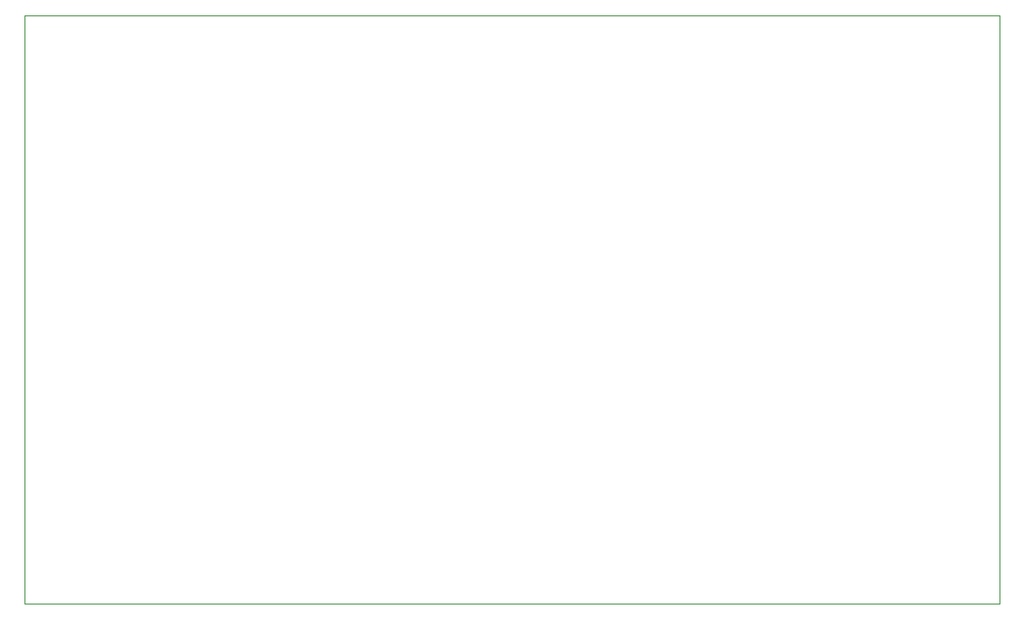
<source format=gbr>
%TF.GenerationSoftware,KiCad,Pcbnew,5.1.10*%
%TF.CreationDate,2021-07-04T17:59:21+02:00*%
%TF.ProjectId,SoundLazer,536f756e-644c-4617-9a65-722e6b696361,rev?*%
%TF.SameCoordinates,Original*%
%TF.FileFunction,Profile,NP*%
%FSLAX46Y46*%
G04 Gerber Fmt 4.6, Leading zero omitted, Abs format (unit mm)*
G04 Created by KiCad (PCBNEW 5.1.10) date 2021-07-04 17:59:21*
%MOMM*%
%LPD*%
G01*
G04 APERTURE LIST*
%TA.AperFunction,Profile*%
%ADD10C,0.050000*%
%TD*%
G04 APERTURE END LIST*
D10*
X107000000Y-150000000D02*
X107000000Y-95000000D01*
X198000000Y-150000000D02*
X107000000Y-150000000D01*
X198000000Y-95000000D02*
X198000000Y-150000000D01*
X107000000Y-95000000D02*
X198000000Y-95000000D01*
M02*

</source>
